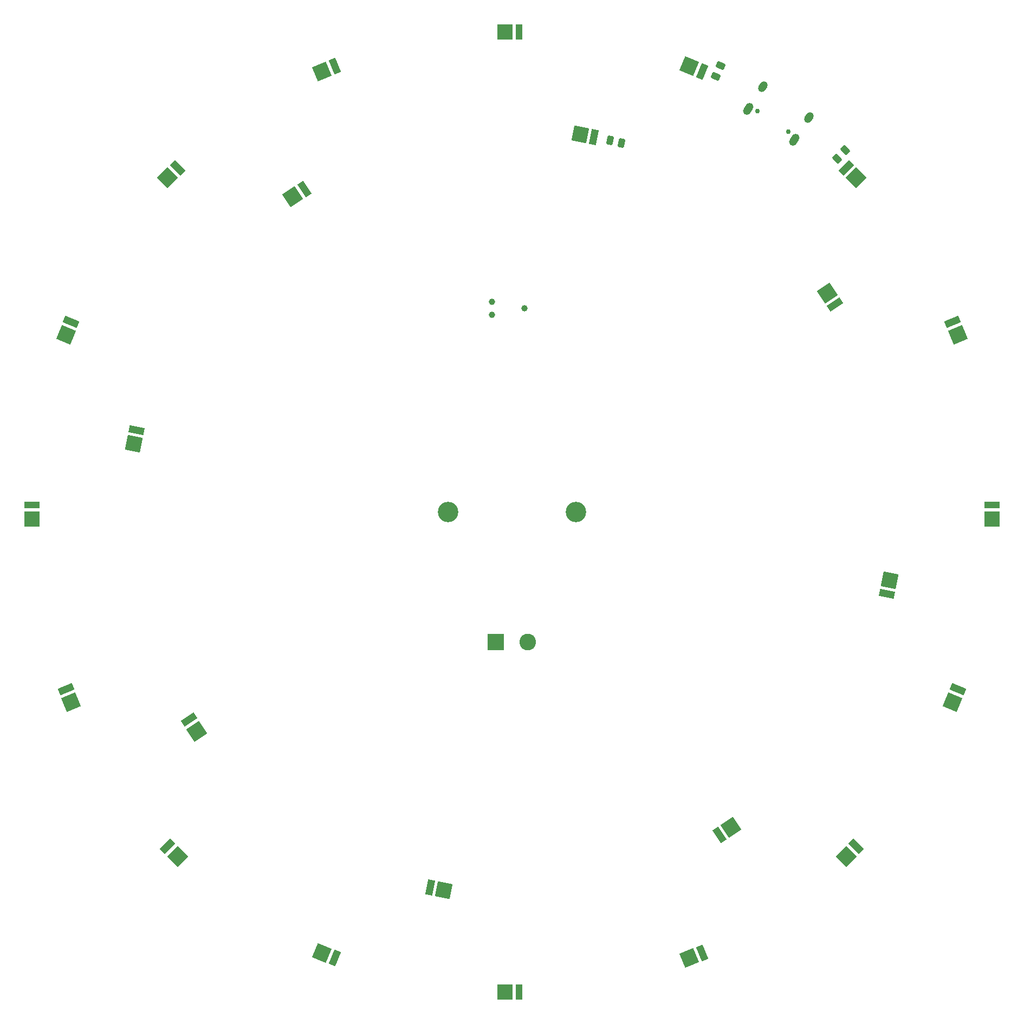
<source format=gbr>
%TF.GenerationSoftware,KiCad,Pcbnew,8.0.5*%
%TF.CreationDate,2024-10-09T23:57:25+02:00*%
%TF.ProjectId,LEDTischLampe,4c454454-6973-4636-984c-616d70652e6b,rev?*%
%TF.SameCoordinates,Original*%
%TF.FileFunction,Soldermask,Bot*%
%TF.FilePolarity,Negative*%
%FSLAX46Y46*%
G04 Gerber Fmt 4.6, Leading zero omitted, Abs format (unit mm)*
G04 Created by KiCad (PCBNEW 8.0.5) date 2024-10-09 23:57:25*
%MOMM*%
%LPD*%
G01*
G04 APERTURE LIST*
G04 Aperture macros list*
%AMRoundRect*
0 Rectangle with rounded corners*
0 $1 Rounding radius*
0 $2 $3 $4 $5 $6 $7 $8 $9 X,Y pos of 4 corners*
0 Add a 4 corners polygon primitive as box body*
4,1,4,$2,$3,$4,$5,$6,$7,$8,$9,$2,$3,0*
0 Add four circle primitives for the rounded corners*
1,1,$1+$1,$2,$3*
1,1,$1+$1,$4,$5*
1,1,$1+$1,$6,$7*
1,1,$1+$1,$8,$9*
0 Add four rect primitives between the rounded corners*
20,1,$1+$1,$2,$3,$4,$5,0*
20,1,$1+$1,$4,$5,$6,$7,0*
20,1,$1+$1,$6,$7,$8,$9,0*
20,1,$1+$1,$8,$9,$2,$3,0*%
%AMHorizOval*
0 Thick line with rounded ends*
0 $1 width*
0 $2 $3 position (X,Y) of the first rounded end (center of the circle)*
0 $4 $5 position (X,Y) of the second rounded end (center of the circle)*
0 Add line between two ends*
20,1,$1,$2,$3,$4,$5,0*
0 Add two circle primitives to create the rounded ends*
1,1,$1,$2,$3*
1,1,$1,$4,$5*%
%AMRotRect*
0 Rectangle, with rotation*
0 The origin of the aperture is its center*
0 $1 length*
0 $2 width*
0 $3 Rotation angle, in degrees counterclockwise*
0 Add horizontal line*
21,1,$1,$2,0,0,$3*%
G04 Aperture macros list end*
%ADD10C,0.990600*%
%ADD11C,3.200000*%
%ADD12HorizOval,1.200000X0.166671X0.249441X-0.166671X-0.249441X0*%
%ADD13HorizOval,1.200000X0.222228X0.332588X-0.222228X-0.332588X0*%
%ADD14C,0.750000*%
%ADD15R,2.600000X2.600000*%
%ADD16C,2.600000*%
%ADD17R,2.330000X2.380000*%
%ADD18R,1.100000X2.380000*%
%ADD19RotRect,2.330000X2.380000X213.750000*%
%ADD20RotRect,1.100000X2.380000X213.750000*%
%ADD21R,2.380000X2.330000*%
%ADD22R,2.380000X1.100000*%
%ADD23RotRect,2.330000X2.380000X123.750000*%
%ADD24RotRect,1.100000X2.380000X123.750000*%
%ADD25RotRect,2.330000X2.380000X157.500000*%
%ADD26RotRect,1.100000X2.380000X157.500000*%
%ADD27RotRect,2.330000X2.380000X202.500000*%
%ADD28RotRect,1.100000X2.380000X202.500000*%
%ADD29RotRect,2.330000X2.380000X225.000000*%
%ADD30RotRect,1.100000X2.380000X225.000000*%
%ADD31RotRect,2.330000X2.380000X247.500000*%
%ADD32RotRect,1.100000X2.380000X247.500000*%
%ADD33RotRect,2.330000X2.380000X315.000000*%
%ADD34RotRect,1.100000X2.380000X315.000000*%
%ADD35RotRect,2.330000X2.380000X303.750000*%
%ADD36RotRect,1.100000X2.380000X303.750000*%
%ADD37RoundRect,0.250000X-0.132583X0.503814X-0.503814X0.132583X0.132583X-0.503814X0.503814X-0.132583X0*%
%ADD38RotRect,2.330000X2.380000X292.500000*%
%ADD39RotRect,1.100000X2.380000X292.500000*%
%ADD40RotRect,2.330000X2.380000X33.750000*%
%ADD41RotRect,1.100000X2.380000X33.750000*%
%ADD42RotRect,2.330000X2.380000X168.750000*%
%ADD43RotRect,1.100000X2.380000X168.750000*%
%ADD44RotRect,2.330000X2.380000X258.750000*%
%ADD45RotRect,1.100000X2.380000X258.750000*%
%ADD46RoundRect,0.250000X-0.315291X0.414726X-0.516200X-0.070311X0.315291X-0.414726X0.516200X0.070311X0*%
%ADD47RoundRect,0.250000X0.345247X0.390142X-0.169665X0.492565X-0.345247X-0.390142X0.169665X-0.492565X0*%
%ADD48RotRect,2.330000X2.380000X348.750000*%
%ADD49RotRect,1.100000X2.380000X348.750000*%
%ADD50RotRect,2.330000X2.380000X78.750000*%
%ADD51RotRect,1.100000X2.380000X78.750000*%
G04 APERTURE END LIST*
D10*
%TO.C,J3*%
X131521200Y-61087000D03*
X131521200Y-63119000D03*
X136601200Y-62103000D03*
%TD*%
D11*
%TO.C,H1*%
X124620000Y-93980000D03*
%TD*%
D12*
%TO.C,J2*%
X181054441Y-32291631D03*
X173853915Y-27480392D03*
D13*
X171531631Y-30955936D03*
X178732158Y-35767173D03*
D14*
X172998418Y-31334666D03*
X177820944Y-34556974D03*
%TD*%
D15*
%TO.C,J1*%
X132080000Y-114300000D03*
D16*
X137080000Y-114300000D03*
%TD*%
D11*
%TO.C,H2*%
X144620000Y-93980000D03*
%TD*%
D17*
%TO.C,LED15*%
X133530001Y-168980001D03*
D18*
X135709999Y-168980001D03*
%TD*%
D19*
%TO.C,LED2*%
X100379484Y-44697394D03*
D20*
X102192088Y-43486252D03*
%TD*%
D21*
%TO.C,LED22*%
X59620000Y-95070000D03*
D22*
X59620000Y-92890000D03*
%TD*%
D23*
%TO.C,LED8*%
X183902606Y-59739484D03*
D24*
X185113748Y-61552088D03*
%TD*%
D25*
%TO.C,LED17*%
X162314228Y-24271910D03*
D26*
X164328286Y-25106160D03*
%TD*%
D27*
%TO.C,LED14*%
X162314230Y-163688090D03*
D28*
X164328286Y-162853840D03*
%TD*%
D29*
%TO.C,LED13*%
X186882263Y-147783755D03*
D30*
X188423755Y-146242263D03*
%TD*%
D31*
%TO.C,LED21*%
X64911910Y-66285772D03*
D32*
X65746160Y-64271714D03*
%TD*%
D33*
%TO.C,LED24*%
X82357739Y-147783756D03*
D34*
X80816245Y-146242262D03*
%TD*%
D27*
%TO.C,LED19*%
X104911713Y-25106160D03*
D28*
X106925771Y-24271910D03*
%TD*%
D35*
%TO.C,LED4*%
X85337394Y-128220516D03*
D36*
X84126252Y-126407912D03*
%TD*%
D29*
%TO.C,LED20*%
X80816244Y-41717739D03*
D30*
X82357738Y-40176245D03*
%TD*%
D31*
%TO.C,LED12*%
X203493840Y-123688286D03*
D32*
X204328090Y-121674230D03*
%TD*%
D37*
%TO.C,R6*%
X186725635Y-37454765D03*
X185435165Y-38745235D03*
%TD*%
D21*
%TO.C,LED11*%
X209620001Y-95069999D03*
D22*
X209620001Y-92890001D03*
%TD*%
D25*
%TO.C,LED16*%
X104911714Y-162853840D03*
D26*
X106925770Y-163688090D03*
%TD*%
D38*
%TO.C,LED23*%
X65746160Y-123688287D03*
D39*
X64911910Y-121674229D03*
%TD*%
D17*
%TO.C,LED18*%
X133530000Y-18980000D03*
D18*
X135710000Y-18980000D03*
%TD*%
D40*
%TO.C,LED6*%
X168860516Y-143262606D03*
D41*
X167047912Y-144473748D03*
%TD*%
D42*
%TO.C,LED1*%
X145256363Y-34920234D03*
D43*
X147394475Y-35345532D03*
%TD*%
D44*
%TO.C,LED3*%
X75560234Y-83343637D03*
D45*
X75985532Y-81205525D03*
%TD*%
D46*
%TO.C,R7*%
X167194198Y-24211960D03*
X166495802Y-25898040D03*
%TD*%
D38*
%TO.C,LED10*%
X204328090Y-66285770D03*
D39*
X203493840Y-64271714D03*
%TD*%
D33*
%TO.C,LED9*%
X188423755Y-41717737D03*
D34*
X186882263Y-40176245D03*
%TD*%
D47*
%TO.C,R5*%
X151739967Y-36283020D03*
X149950033Y-35926980D03*
%TD*%
D48*
%TO.C,LED5*%
X123983637Y-153039766D03*
D49*
X121845525Y-152614468D03*
%TD*%
D50*
%TO.C,LED7*%
X193679766Y-104616363D03*
D51*
X193254468Y-106754475D03*
%TD*%
M02*

</source>
